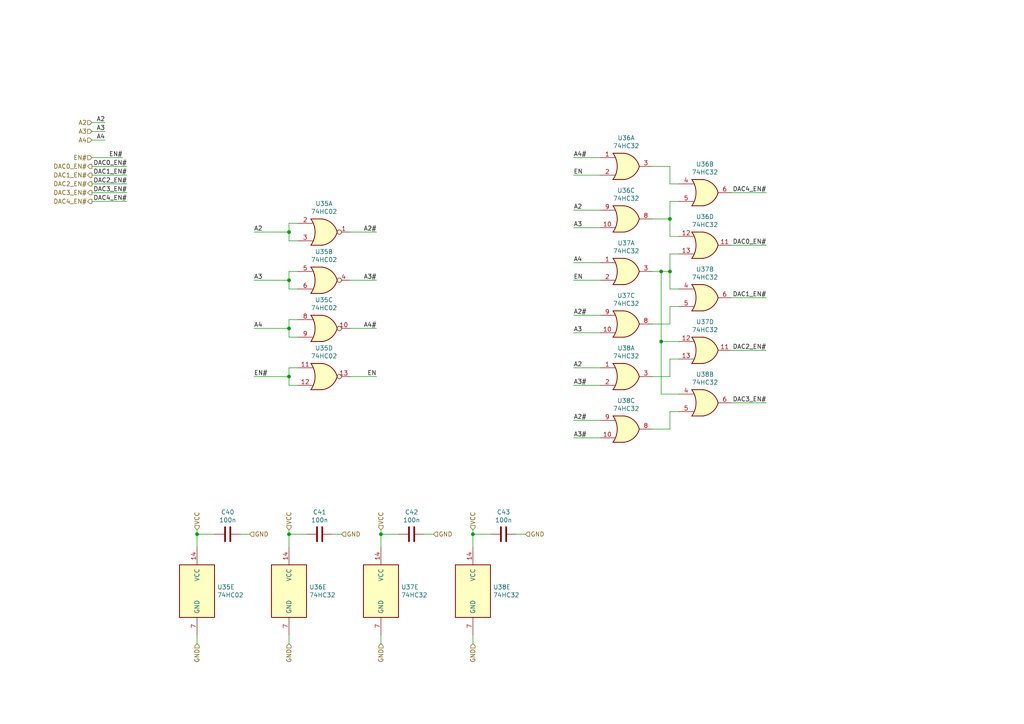
<source format=kicad_sch>
(kicad_sch (version 20211123) (generator eeschema)
  (paper "A4")
  (title_block (title "ZComputer I/O DAC Address decoding") (date "2021-10-21") (rev "v1.0") (company "Maxime Chretien") (comment 1 "mchretien@linuxmail.org"))
  (lib_symbols
    (symbol "74xx:74HC02" (pin_names (offset 1.016))
      (property "Reference" "U" (at 0 1.27 0))
      (property "Value" "74HC02" (at 0 -1.27 0))
      (symbol "74HC02_1_1"
        (arc (start -3.81 -3.81) (mid -2.589 0) (end -3.81 3.81) (stroke (width 0.254)))
        (arc (start -0.6096 -3.81) (mid 2.1842 -2.5851) (end 3.81 0) (stroke (width 0.254)) (fill (type background)))
        (polyline (pts (xy -3.81 -3.81) (xy -0.635 -3.81)) (stroke (width 0.254)) (fill (type background)))
        (polyline (pts (xy -3.81 3.81) (xy -0.635 3.81)) (stroke (width 0.254)) (fill (type background)))
        (polyline (pts (xy -0.635 3.81) (xy -3.81 3.81) (xy -3.81 3.81) (xy -3.556 3.4036) (xy -3.0226 2.2606) (xy -2.6924 1.0414) (xy -2.6162 -0.254) (xy -2.7686 -1.4986) (xy -3.175 -2.7178) (xy -3.81 -3.81) (xy -3.81 -3.81) (xy -0.635 -3.81)) (stroke (width -25.4)) (fill (type background)))
        (arc (start 3.81 0) (mid 2.1915 2.5936) (end -0.6096 3.81) (stroke (width 0.254)) (fill (type background)))
        (pin output inverted (at 7.62 0 180) (length 3.81) (name "~") (number "1"))
        (pin input line (at -7.62 2.54 0) (length 4.318) (name "~") (number "2"))
        (pin input line (at -7.62 -2.54 0) (length 4.318) (name "~") (number "3"))
      )
      (symbol "74HC02_1_2"
        (arc (start 0 -3.81) (mid 3.81 0) (end 0 3.81) (stroke (width 0.254)) (fill (type background)))
        (polyline (pts (xy 0 3.81) (xy -3.81 3.81) (xy -3.81 -3.81) (xy 0 -3.81)) (stroke (width 0.254)) (fill (type background)))
        (pin output line (at 7.62 0 180) (length 3.81) (name "~") (number "1"))
        (pin input inverted (at -7.62 2.54 0) (length 3.81) (name "~") (number "2"))
        (pin input inverted (at -7.62 -2.54 0) (length 3.81) (name "~") (number "3"))
      )
      (symbol "74HC02_2_1"
        (arc (start -3.81 -3.81) (mid -2.589 0) (end -3.81 3.81) (stroke (width 0.254)))
        (arc (start -0.6096 -3.81) (mid 2.1842 -2.5851) (end 3.81 0) (stroke (width 0.254)) (fill (type background)))
        (polyline (pts (xy -3.81 -3.81) (xy -0.635 -3.81)) (stroke (width 0.254)) (fill (type background)))
        (polyline (pts (xy -3.81 3.81) (xy -0.635 3.81)) (stroke (width 0.254)) (fill (type background)))
        (polyline (pts (xy -0.635 3.81) (xy -3.81 3.81) (xy -3.81 3.81) (xy -3.556 3.4036) (xy -3.0226 2.2606) (xy -2.6924 1.0414) (xy -2.6162 -0.254) (xy -2.7686 -1.4986) (xy -3.175 -2.7178) (xy -3.81 -3.81) (xy -3.81 -3.81) (xy -0.635 -3.81)) (stroke (width -25.4)) (fill (type background)))
        (arc (start 3.81 0) (mid 2.1915 2.5936) (end -0.6096 3.81) (stroke (width 0.254)) (fill (type background)))
        (pin output inverted (at 7.62 0 180) (length 3.81) (name "~") (number "4"))
        (pin input line (at -7.62 2.54 0) (length 4.318) (name "~") (number "5"))
        (pin input line (at -7.62 -2.54 0) (length 4.318) (name "~") (number "6"))
      )
      (symbol "74HC02_2_2"
        (arc (start 0 -3.81) (mid 3.81 0) (end 0 3.81) (stroke (width 0.254)) (fill (type background)))
        (polyline (pts (xy 0 3.81) (xy -3.81 3.81) (xy -3.81 -3.81) (xy 0 -3.81)) (stroke (width 0.254)) (fill (type background)))
        (pin output line (at 7.62 0 180) (length 3.81) (name "~") (number "4"))
        (pin input inverted (at -7.62 2.54 0) (length 3.81) (name "~") (number "5"))
        (pin input inverted (at -7.62 -2.54 0) (length 3.81) (name "~") (number "6"))
      )
      (symbol "74HC02_3_1"
        (arc (start -3.81 -3.81) (mid -2.589 0) (end -3.81 3.81) (stroke (width 0.254)))
        (arc (start -0.6096 -3.81) (mid 2.1842 -2.5851) (end 3.81 0) (stroke (width 0.254)) (fill (type background)))
        (polyline (pts (xy -3.81 -3.81) (xy -0.635 -3.81)) (stroke (width 0.254)) (fill (type background)))
        (polyline (pts (xy -3.81 3.81) (xy -0.635 3.81)) (stroke (width 0.254)) (fill (type background)))
        (polyline (pts (xy -0.635 3.81) (xy -3.81 3.81) (xy -3.81 3.81) (xy -3.556 3.4036) (xy -3.0226 2.2606) (xy -2.6924 1.0414) (xy -2.6162 -0.254) (xy -2.7686 -1.4986) (xy -3.175 -2.7178) (xy -3.81 -3.81) (xy -3.81 -3.81) (xy -0.635 -3.81)) (stroke (width -25.4)) (fill (type background)))
        (arc (start 3.81 0) (mid 2.1915 2.5936) (end -0.6096 3.81) (stroke (width 0.254)) (fill (type background)))
        (pin output inverted (at 7.62 0 180) (length 3.81) (name "~") (number "10"))
        (pin input line (at -7.62 2.54 0) (length 4.318) (name "~") (number "8"))
        (pin input line (at -7.62 -2.54 0) (length 4.318) (name "~") (number "9"))
      )
      (symbol "74HC02_3_2"
        (arc (start 0 -3.81) (mid 3.81 0) (end 0 3.81) (stroke (width 0.254)) (fill (type background)))
        (polyline (pts (xy 0 3.81) (xy -3.81 3.81) (xy -3.81 -3.81) (xy 0 -3.81)) (stroke (width 0.254)) (fill (type background)))
        (pin output line (at 7.62 0 180) (length 3.81) (name "~") (number "10"))
        (pin input inverted (at -7.62 2.54 0) (length 3.81) (name "~") (number "8"))
        (pin input inverted (at -7.62 -2.54 0) (length 3.81) (name "~") (number "9"))
      )
      (symbol "74HC02_4_1"
        (arc (start -3.81 -3.81) (mid -2.589 0) (end -3.81 3.81) (stroke (width 0.254)))
        (arc (start -0.6096 -3.81) (mid 2.1842 -2.5851) (end 3.81 0) (stroke (width 0.254)) (fill (type background)))
        (polyline (pts (xy -3.81 -3.81) (xy -0.635 -3.81)) (stroke (width 0.254)) (fill (type background)))
        (polyline (pts (xy -3.81 3.81) (xy -0.635 3.81)) (stroke (width 0.254)) (fill (type background)))
        (polyline (pts (xy -0.635 3.81) (xy -3.81 3.81) (xy -3.81 3.81) (xy -3.556 3.4036) (xy -3.0226 2.2606) (xy -2.6924 1.0414) (xy -2.6162 -0.254) (xy -2.7686 -1.4986) (xy -3.175 -2.7178) (xy -3.81 -3.81) (xy -3.81 -3.81) (xy -0.635 -3.81)) (stroke (width -25.4)) (fill (type background)))
        (arc (start 3.81 0) (mid 2.1915 2.5936) (end -0.6096 3.81) (stroke (width 0.254)) (fill (type background)))
        (pin input line (at -7.62 2.54 0) (length 4.318) (name "~") (number "11"))
        (pin input line (at -7.62 -2.54 0) (length 4.318) (name "~") (number "12"))
        (pin output inverted (at 7.62 0 180) (length 3.81) (name "~") (number "13"))
      )
      (symbol "74HC02_4_2"
        (arc (start 0 -3.81) (mid 3.81 0) (end 0 3.81) (stroke (width 0.254)) (fill (type background)))
        (polyline (pts (xy 0 3.81) (xy -3.81 3.81) (xy -3.81 -3.81) (xy 0 -3.81)) (stroke (width 0.254)) (fill (type background)))
        (pin input inverted (at -7.62 2.54 0) (length 3.81) (name "~") (number "11"))
        (pin input inverted (at -7.62 -2.54 0) (length 3.81) (name "~") (number "12"))
        (pin output line (at 7.62 0 180) (length 3.81) (name "~") (number "13"))
      )
      (symbol "74HC02_5_0"
        (pin power_in line (at 0 12.7 270) (length 5.08) (name "VCC") (number "14"))
        (pin power_in line (at 0 -12.7 90) (length 5.08) (name "GND") (number "7"))
      )
      (symbol "74HC02_5_1"
        (rectangle (start -5.08 7.62) (end 5.08 -7.62) (stroke (width 0.254)) (fill (type background)))
      )
    )
    (symbol "Device:C" (pin_numbers hide) (pin_names (offset 0.254))
      (property "Reference" "C" (at 0.635 2.54 0))
      (property "Value" "C" (at 0.635 -2.54 0))
      (symbol "C_0_1"
        (polyline (pts (xy -2.032 -0.762) (xy 2.032 -0.762)) (stroke (width 0.508)))
        (polyline (pts (xy -2.032 0.762) (xy 2.032 0.762)) (stroke (width 0.508)))
      )
      (symbol "C_1_1"
        (pin passive line (at 0 3.81 270) (length 2.794) (name "~") (number "1"))
        (pin passive line (at 0 -3.81 90) (length 2.794) (name "~") (number "2"))
      )
    )
    (symbol "Perso:74HC32" (pin_names (offset 1.016))
      (property "Reference" "U" (at 0 1.27 0))
      (property "Value" "74HC32" (at 0 -1.27 0))
      (symbol "74HC32_1_1"
        (arc (start -3.81 -3.81) (mid -2.589 0) (end -3.81 3.81) (stroke (width 0.254)))
        (arc (start -0.6096 -3.81) (mid 2.1855 -2.584) (end 3.81 0) (stroke (width 0.254)) (fill (type background)))
        (polyline (pts (xy -3.81 -3.81) (xy -0.635 -3.81)) (stroke (width 0.254)) (fill (type background)))
        (polyline (pts (xy -3.81 3.81) (xy -0.635 3.81)) (stroke (width 0.254)) (fill (type background)))
        (polyline (pts (xy -0.635 3.81) (xy -3.81 3.81) (xy -3.81 3.81) (xy -3.556 3.4036) (xy -3.0226 2.2606) (xy -2.6924 1.0414) (xy -2.6162 -0.254) (xy -2.7686 -1.4986) (xy -3.175 -2.7178) (xy -3.81 -3.81) (xy -3.81 -3.81) (xy -0.635 -3.81)) (stroke (width -25.4)) (fill (type background)))
        (arc (start 3.81 0) (mid 2.1928 2.5925) (end -0.6096 3.81) (stroke (width 0.254)) (fill (type background)))
        (pin input line (at -7.62 2.54 0) (length 4.318) (name "~") (number "1"))
        (pin input line (at -7.62 -2.54 0) (length 4.318) (name "~") (number "2"))
        (pin output line (at 7.62 0 180) (length 3.81) (name "~") (number "3"))
      )
      (symbol "74HC32_1_2"
        (arc (start 0 -3.81) (mid 3.81 0) (end 0 3.81) (stroke (width 0.254)) (fill (type background)))
        (polyline (pts (xy 0 3.81) (xy -3.81 3.81) (xy -3.81 -3.81) (xy 0 -3.81)) (stroke (width 0.254)) (fill (type background)))
        (pin input inverted (at -7.62 2.54 0) (length 3.81) (name "~") (number "1"))
        (pin input inverted (at -7.62 -2.54 0) (length 3.81) (name "~") (number "2"))
        (pin output inverted (at 7.62 0 180) (length 3.81) (name "~") (number "3"))
      )
      (symbol "74HC32_2_1"
        (arc (start -3.81 -3.81) (mid -2.589 0) (end -3.81 3.81) (stroke (width 0.254)))
        (arc (start -0.6096 -3.81) (mid 2.1855 -2.584) (end 3.81 0) (stroke (width 0.254)) (fill (type background)))
        (polyline (pts (xy -3.81 -3.81) (xy -0.635 -3.81)) (stroke (width 0.254)) (fill (type background)))
        (polyline (pts (xy -3.81 3.81) (xy -0.635 3.81)) (stroke (width 0.254)) (fill (type background)))
        (polyline (pts (xy -0.635 3.81) (xy -3.81 3.81) (xy -3.81 3.81) (xy -3.556 3.4036) (xy -3.0226 2.2606) (xy -2.6924 1.0414) (xy -2.6162 -0.254) (xy -2.7686 -1.4986) (xy -3.175 -2.7178) (xy -3.81 -3.81) (xy -3.81 -3.81) (xy -0.635 -3.81)) (stroke (width -25.4)) (fill (type background)))
        (arc (start 3.81 0) (mid 2.1928 2.5925) (end -0.6096 3.81) (stroke (width 0.254)) (fill (type background)))
        (pin input line (at -7.62 2.54 0) (length 4.318) (name "~") (number "4"))
        (pin input line (at -7.62 -2.54 0) (length 4.318) (name "~") (number "5"))
        (pin output line (at 7.62 0 180) (length 3.81) (name "~") (number "6"))
      )
      (symbol "74HC32_2_2"
        (arc (start 0 -3.81) (mid 3.81 0) (end 0 3.81) (stroke (width 0.254)) (fill (type background)))
        (polyline (pts (xy 0 3.81) (xy -3.81 3.81) (xy -3.81 -3.81) (xy 0 -3.81)) (stroke (width 0.254)) (fill (type background)))
        (pin input inverted (at -7.62 2.54 0) (length 3.81) (name "~") (number "4"))
        (pin input inverted (at -7.62 -2.54 0) (length 3.81) (name "~") (number "5"))
        (pin output inverted (at 7.62 0 180) (length 3.81) (name "~") (number "6"))
      )
      (symbol "74HC32_3_1"
        (arc (start -3.81 -3.81) (mid -2.589 0) (end -3.81 3.81) (stroke (width 0.254)))
        (arc (start -0.6096 -3.81) (mid 2.1855 -2.584) (end 3.81 0) (stroke (width 0.254)) (fill (type background)))
        (polyline (pts (xy -3.81 -3.81) (xy -0.635 -3.81)) (stroke (width 0.254)) (fill (type background)))
        (polyline (pts (xy -3.81 3.81) (xy -0.635 3.81)) (stroke (width 0.254)) (fill (type background)))
        (polyline (pts (xy -0.635 3.81) (xy -3.81 3.81) (xy -3.81 3.81) (xy -3.556 3.4036) (xy -3.0226 2.2606) (xy -2.6924 1.0414) (xy -2.6162 -0.254) (xy -2.7686 -1.4986) (xy -3.175 -2.7178) (xy -3.81 -3.81) (xy -3.81 -3.81) (xy -0.635 -3.81)) (stroke (width -25.4)) (fill (type background)))
        (arc (start 3.81 0) (mid 2.1928 2.5925) (end -0.6096 3.81) (stroke (width 0.254)) (fill (type background)))
        (pin input line (at -7.62 -2.54 0) (length 4.318) (name "~") (number "10"))
        (pin output line (at 7.62 0 180) (length 3.81) (name "~") (number "8"))
        (pin input line (at -7.62 2.54 0) (length 4.318) (name "~") (number "9"))
      )
      (symbol "74HC32_3_2"
        (arc (start 0 -3.81) (mid 3.81 0) (end 0 3.81) (stroke (width 0.254)) (fill (type background)))
        (polyline (pts (xy 0 3.81) (xy -3.81 3.81) (xy -3.81 -3.81) (xy 0 -3.81)) (stroke (width 0.254)) (fill (type background)))
        (pin input inverted (at -7.62 -2.54 0) (length 3.81) (name "~") (number "10"))
        (pin output inverted (at 7.62 0 180) (length 3.81) (name "~") (number "8"))
        (pin input inverted (at -7.62 2.54 0) (length 3.81) (name "~") (number "9"))
      )
      (symbol "74HC32_4_1"
        (arc (start -3.81 -3.81) (mid -2.589 0) (end -3.81 3.81) (stroke (width 0.254)))
        (arc (start -0.6096 -3.81) (mid 2.1855 -2.584) (end 3.81 0) (stroke (width 0.254)) (fill (type background)))
        (polyline (pts (xy -3.81 -3.81) (xy -0.635 -3.81)) (stroke (width 0.254)) (fill (type background)))
        (polyline (pts (xy -3.81 3.81) (xy -0.635 3.81)) (stroke (width 0.254)) (fill (type background)))
        (polyline (pts (xy -0.635 3.81) (xy -3.81 3.81) (xy -3.81 3.81) (xy -3.556 3.4036) (xy -3.0226 2.2606) (xy -2.6924 1.0414) (xy -2.6162 -0.254) (xy -2.7686 -1.4986) (xy -3.175 -2.7178) (xy -3.81 -3.81) (xy -3.81 -3.81) (xy -0.635 -3.81)) (stroke (width -25.4)) (fill (type background)))
        (arc (start 3.81 0) (mid 2.1928 2.5925) (end -0.6096 3.81) (stroke (width 0.254)) (fill (type background)))
        (pin output line (at 7.62 0 180) (length 3.81) (name "~") (number "11"))
        (pin input line (at -7.62 2.54 0) (length 4.318) (name "~") (number "12"))
        (pin input line (at -7.62 -2.54 0) (length 4.318) (name "~") (number "13"))
      )
      (symbol "74HC32_4_2"
        (arc (start 0 -3.81) (mid 3.81 0) (end 0 3.81) (stroke (width 0.254)) (fill (type background)))
        (polyline (pts (xy 0 3.81) (xy -3.81 3.81) (xy -3.81 -3.81) (xy 0 -3.81)) (stroke (width 0.254)) (fill (type background)))
        (pin output inverted (at 7.62 0 180) (length 3.81) (name "~") (number "11"))
        (pin input inverted (at -7.62 2.54 0) (length 3.81) (name "~") (number "12"))
        (pin input inverted (at -7.62 -2.54 0) (length 3.81) (name "~") (number "13"))
      )
      (symbol "74HC32_5_0"
        (pin power_in line (at 0 12.7 270) (length 5.08) (name "VCC") (number "14"))
        (pin power_in line (at 0 -12.7 90) (length 5.08) (name "GND") (number "7"))
      )
      (symbol "74HC32_5_1"
        (rectangle (start -5.08 7.62) (end 5.08 -7.62) (stroke (width 0.254)) (fill (type background)))
      )
    )
  )
  (junction (at 83.82 154.94))
  (junction (at 57.15 154.94))
  (junction (at 83.82 109.22))
  (junction (at 191.77 78.74))
  (junction (at 110.49 154.94))
  (junction (at 191.77 99.06))
  (junction (at 83.82 67.31))
  (junction (at 194.31 78.74))
  (junction (at 83.82 81.28))
  (junction (at 137.16 154.94))
  (junction (at 194.31 63.5))
  (junction (at 83.82 95.25))
  (wire (pts (xy 194.31 109.22) (xy 189.23 109.22)))
  (wire (pts (xy 166.37 96.52) (xy 173.99 96.52)))
  (wire (pts (xy 110.49 184.15) (xy 110.49 186.69)))
  (wire (pts (xy 194.31 63.5) (xy 189.23 63.5)))
  (wire (pts (xy 83.82 109.22) (xy 83.82 111.76)))
  (wire (pts (xy 196.85 73.66) (xy 194.31 73.66)))
  (wire (pts (xy 96.52 154.94) (xy 99.06 154.94)))
  (wire (pts (xy 86.36 92.71) (xy 83.82 92.71)))
  (wire (pts (xy 36.83 55.88) (xy 26.67 55.88)))
  (wire (pts (xy 194.31 48.26) (xy 189.23 48.26)))
  (wire (pts (xy 166.37 60.96) (xy 173.99 60.96)))
  (wire (pts (xy 194.31 53.34) (xy 194.31 48.26)))
  (wire (pts (xy 173.99 50.8) (xy 166.37 50.8)))
  (wire (pts (xy 86.36 106.68) (xy 83.82 106.68)))
  (wire (pts (xy 194.31 78.74) (xy 191.77 78.74)))
  (wire (pts (xy 194.31 88.9) (xy 194.31 93.98)))
  (wire (pts (xy 36.83 58.42) (xy 26.67 58.42)))
  (wire (pts (xy 62.23 154.94) (xy 57.15 154.94)))
  (wire (pts (xy 222.25 116.84) (xy 212.09 116.84)))
  (wire (pts (xy 83.82 154.94) (xy 83.82 158.75)))
  (wire (pts (xy 194.31 104.14) (xy 194.31 109.22)))
  (wire (pts (xy 194.31 53.34) (xy 196.85 53.34)))
  (wire (pts (xy 101.6 81.28) (xy 109.22 81.28)))
  (wire (pts (xy 35.56 45.72) (xy 26.67 45.72)))
  (wire (pts (xy 30.48 38.1) (xy 26.67 38.1)))
  (wire (pts (xy 137.16 184.15) (xy 137.16 186.69)))
  (wire (pts (xy 83.82 83.82) (xy 86.36 83.82)))
  (wire (pts (xy 86.36 64.77) (xy 83.82 64.77)))
  (wire (pts (xy 149.86 154.94) (xy 152.4 154.94)))
  (wire (pts (xy 88.9 154.94) (xy 83.82 154.94)))
  (wire (pts (xy 194.31 68.58) (xy 194.31 63.5)))
  (wire (pts (xy 73.66 81.28) (xy 83.82 81.28)))
  (wire (pts (xy 69.85 154.94) (xy 72.39 154.94)))
  (wire (pts (xy 86.36 78.74) (xy 83.82 78.74)))
  (wire (pts (xy 73.66 67.31) (xy 83.82 67.31)))
  (wire (pts (xy 194.31 78.74) (xy 194.31 83.82)))
  (wire (pts (xy 222.25 55.88) (xy 212.09 55.88)))
  (wire (pts (xy 101.6 67.31) (xy 109.22 67.31)))
  (wire (pts (xy 222.25 71.12) (xy 212.09 71.12)))
  (wire (pts (xy 36.83 53.34) (xy 26.67 53.34)))
  (wire (pts (xy 142.24 154.94) (xy 137.16 154.94)))
  (wire (pts (xy 83.82 78.74) (xy 83.82 81.28)))
  (wire (pts (xy 194.31 124.46) (xy 189.23 124.46)))
  (wire (pts (xy 83.82 111.76) (xy 86.36 111.76)))
  (wire (pts (xy 123.19 154.94) (xy 125.73 154.94)))
  (wire (pts (xy 166.37 45.72) (xy 173.99 45.72)))
  (wire (pts (xy 57.15 154.94) (xy 57.15 158.75)))
  (wire (pts (xy 191.77 78.74) (xy 191.77 99.06)))
  (wire (pts (xy 83.82 64.77) (xy 83.82 67.31)))
  (wire (pts (xy 196.85 68.58) (xy 194.31 68.58)))
  (wire (pts (xy 137.16 154.94) (xy 137.16 158.75)))
  (wire (pts (xy 166.37 66.04) (xy 173.99 66.04)))
  (wire (pts (xy 83.82 67.31) (xy 83.82 69.85)))
  (wire (pts (xy 191.77 99.06) (xy 191.77 114.3)))
  (wire (pts (xy 73.66 109.22) (xy 83.82 109.22)))
  (wire (pts (xy 194.31 119.38) (xy 196.85 119.38)))
  (wire (pts (xy 166.37 91.44) (xy 173.99 91.44)))
  (wire (pts (xy 101.6 95.25) (xy 109.22 95.25)))
  (wire (pts (xy 101.6 109.22) (xy 109.22 109.22)))
  (wire (pts (xy 137.16 153.67) (xy 137.16 154.94)))
  (wire (pts (xy 191.77 99.06) (xy 196.85 99.06)))
  (wire (pts (xy 166.37 111.76) (xy 173.99 111.76)))
  (wire (pts (xy 83.82 81.28) (xy 83.82 83.82)))
  (wire (pts (xy 110.49 153.67) (xy 110.49 154.94)))
  (wire (pts (xy 166.37 121.92) (xy 173.99 121.92)))
  (wire (pts (xy 194.31 58.42) (xy 194.31 63.5)))
  (wire (pts (xy 166.37 106.68) (xy 173.99 106.68)))
  (wire (pts (xy 83.82 106.68) (xy 83.82 109.22)))
  (wire (pts (xy 83.82 153.67) (xy 83.82 154.94)))
  (wire (pts (xy 83.82 97.79) (xy 86.36 97.79)))
  (wire (pts (xy 26.67 40.64) (xy 30.48 40.64)))
  (wire (pts (xy 115.57 154.94) (xy 110.49 154.94)))
  (wire (pts (xy 194.31 93.98) (xy 189.23 93.98)))
  (wire (pts (xy 73.66 95.25) (xy 83.82 95.25)))
  (wire (pts (xy 166.37 76.2) (xy 173.99 76.2)))
  (wire (pts (xy 194.31 83.82) (xy 196.85 83.82)))
  (wire (pts (xy 83.82 95.25) (xy 83.82 97.79)))
  (wire (pts (xy 196.85 104.14) (xy 194.31 104.14)))
  (wire (pts (xy 191.77 114.3) (xy 196.85 114.3)))
  (wire (pts (xy 57.15 153.67) (xy 57.15 154.94)))
  (wire (pts (xy 194.31 119.38) (xy 194.31 124.46)))
  (wire (pts (xy 173.99 81.28) (xy 166.37 81.28)))
  (wire (pts (xy 196.85 58.42) (xy 194.31 58.42)))
  (wire (pts (xy 57.15 184.15) (xy 57.15 186.69)))
  (wire (pts (xy 222.25 86.36) (xy 212.09 86.36)))
  (wire (pts (xy 196.85 88.9) (xy 194.31 88.9)))
  (wire (pts (xy 36.83 48.26) (xy 26.67 48.26)))
  (wire (pts (xy 83.82 184.15) (xy 83.82 186.69)))
  (wire (pts (xy 83.82 69.85) (xy 86.36 69.85)))
  (wire (pts (xy 222.25 101.6) (xy 212.09 101.6)))
  (wire (pts (xy 30.48 35.56) (xy 26.67 35.56)))
  (wire (pts (xy 36.83 50.8) (xy 26.67 50.8)))
  (wire (pts (xy 191.77 78.74) (xy 189.23 78.74)))
  (wire (pts (xy 194.31 73.66) (xy 194.31 78.74)))
  (wire (pts (xy 83.82 92.71) (xy 83.82 95.25)))
  (wire (pts (xy 166.37 127) (xy 173.99 127)))
  (wire (pts (xy 110.49 154.94) (xy 110.49 158.75)))
  (label "DAC2_EN#" (at 222.25 101.6 180))
  (label "EN#" (at 73.66 109.22 0))
  (label "A3" (at 166.37 66.04 0))
  (label "A2#" (at 166.37 91.44 0))
  (label "A4" (at 166.37 76.2 0))
  (label "DAC2_EN#" (at 36.83 53.34 180))
  (label "EN" (at 166.37 50.8 0))
  (label "A2#" (at 109.22 67.31 180))
  (label "A3" (at 166.37 96.52 0))
  (label "A4#" (at 166.37 45.72 0))
  (label "EN#" (at 35.56 45.72 180))
  (label "EN" (at 166.37 81.28 0))
  (label "A3#" (at 166.37 127 0))
  (label "A4#" (at 109.22 95.25 180))
  (label "DAC1_EN#" (at 222.25 86.36 180))
  (label "A2" (at 30.48 35.56 180))
  (label "A2" (at 73.66 67.31 0))
  (label "EN" (at 109.22 109.22 180))
  (label "DAC3_EN#" (at 36.83 55.88 180))
  (label "DAC3_EN#" (at 222.25 116.84 180))
  (label "A2" (at 166.37 60.96 0))
  (label "DAC0_EN#" (at 36.83 48.26 180))
  (label "DAC1_EN#" (at 36.83 50.8 180))
  (label "A3#" (at 109.22 81.28 180))
  (label "A3#" (at 166.37 111.76 0))
  (label "A2#" (at 166.37 121.92 0))
  (label "A2" (at 166.37 106.68 0))
  (label "DAC4_EN#" (at 222.25 55.88 180))
  (label "DAC0_EN#" (at 222.25 71.12 180))
  (label "DAC4_EN#" (at 36.83 58.42 180))
  (label "A3" (at 30.48 38.1 180))
  (label "A4" (at 30.48 40.64 180))
  (label "A4" (at 73.66 95.25 0))
  (label "A3" (at 73.66 81.28 0))
  (hierarchical_label "GND" (shape input) (at 99.06 154.94 0))
  (hierarchical_label "DAC3_EN#" (shape output) (at 26.67 55.88 180))
  (hierarchical_label "GND" (shape input) (at 152.4 154.94 0))
  (hierarchical_label "GND" (shape input) (at 125.73 154.94 0))
  (hierarchical_label "DAC0_EN#" (shape output) (at 26.67 48.26 180))
  (hierarchical_label "GND" (shape input) (at 57.15 186.69 270))
  (hierarchical_label "GND" (shape input) (at 137.16 186.69 270))
  (hierarchical_label "A3" (shape input) (at 26.67 38.1 180))
  (hierarchical_label "DAC1_EN#" (shape output) (at 26.67 50.8 180))
  (hierarchical_label "EN#" (shape input) (at 26.67 45.72 180))
  (hierarchical_label "GND" (shape input) (at 110.49 186.69 270))
  (hierarchical_label "GND" (shape input) (at 83.82 186.69 270))
  (hierarchical_label "VCC" (shape input) (at 110.49 153.67 90))
  (hierarchical_label "VCC" (shape input) (at 83.82 153.67 90))
  (hierarchical_label "A2" (shape input) (at 26.67 35.56 180))
  (hierarchical_label "DAC4_EN#" (shape output) (at 26.67 58.42 180))
  (hierarchical_label "GND" (shape input) (at 72.39 154.94 0))
  (hierarchical_label "VCC" (shape input) (at 57.15 153.67 90))
  (hierarchical_label "VCC" (shape input) (at 137.16 153.67 90))
  (hierarchical_label "A4" (shape input) (at 26.67 40.64 180))
  (hierarchical_label "DAC2_EN#" (shape output) (at 26.67 53.34 180))
  (symbol (lib_id "Perso:74HC32") (at 181.61 78.74 0) (unit 1)
    (property "Reference" "U37" (at 181.61 70.485 0))
    (property "Value" "74HC32" (at 181.61 72.7964 0))
  )
  (symbol (lib_id "74xx:74HC02") (at 93.98 67.31 0) (unit 1)
    (property "Reference" "U35" (at 93.98 59.055 0))
    (property "Value" "74HC02" (at 93.98 61.3664 0))
    (property "Datasheet" "http://www.ti.com/lit/gpn/sn74hc02" (effects hide))
  )
  (symbol (lib_id "74xx:74HC02") (at 93.98 81.28 0) (unit 2)
    (property "Reference" "U35" (at 93.98 73.025 0))
    (property "Value" "74HC02" (at 93.98 75.3364 0))
    (property "Datasheet" "http://www.ti.com/lit/gpn/sn74hc02" (effects hide))
  )
  (symbol (lib_id "74xx:74HC02") (at 93.98 95.25 0) (unit 3)
    (property "Reference" "U35" (at 93.98 86.995 0))
    (property "Value" "74HC02" (at 93.98 89.3064 0))
    (property "Datasheet" "http://www.ti.com/lit/gpn/sn74hc02" (effects hide))
  )
  (symbol (lib_id "74xx:74HC02") (at 93.98 109.22 0) (unit 4)
    (property "Reference" "U35" (at 93.98 100.965 0))
    (property "Value" "74HC02" (at 93.98 103.2764 0))
    (property "Datasheet" "http://www.ti.com/lit/gpn/sn74hc02" (effects hide))
  )
  (symbol (lib_id "74xx:74HC02") (at 57.15 171.45 0) (unit 5)
    (property "Reference" "U35" (at 62.992 170.2816 0) (effects (justify left)))
    (property "Value" "74HC02" (at 62.992 172.593 0) (effects (justify left)))
    (property "Datasheet" "http://www.ti.com/lit/gpn/sn74hc02" (effects hide))
  )
  (symbol (lib_id "Perso:74HC32") (at 204.47 86.36 0) (unit 2)
    (property "Reference" "U37" (at 204.47 78.105 0))
    (property "Value" "74HC32" (at 204.47 80.4164 0))
  )
  (symbol (lib_id "Perso:74HC32") (at 181.61 93.98 0) (unit 3)
    (property "Reference" "U37" (at 181.61 85.725 0))
    (property "Value" "74HC32" (at 181.61 88.0364 0))
  )
  (symbol (lib_id "Perso:74HC32") (at 181.61 48.26 0) (unit 1)
    (property "Reference" "U36" (at 181.61 40.005 0))
    (property "Value" "74HC32" (at 181.61 42.3164 0))
  )
  (symbol (lib_id "Perso:74HC32") (at 204.47 55.88 0) (unit 2)
    (property "Reference" "U36" (at 204.47 47.625 0))
    (property "Value" "74HC32" (at 204.47 49.9364 0))
  )
  (symbol (lib_id "Perso:74HC32") (at 181.61 63.5 0) (unit 3)
    (property "Reference" "U36" (at 181.61 55.245 0))
    (property "Value" "74HC32" (at 181.61 57.5564 0))
  )
  (symbol (lib_id "Perso:74HC32") (at 204.47 71.12 0) (unit 4)
    (property "Reference" "U36" (at 204.47 62.865 0))
    (property "Value" "74HC32" (at 204.47 65.1764 0))
  )
  (symbol (lib_id "Perso:74HC32") (at 83.82 171.45 0) (unit 5)
    (property "Reference" "U36" (at 89.662 170.2816 0) (effects (justify left)))
    (property "Value" "74HC32" (at 89.662 172.593 0) (effects (justify left)))
  )
  (symbol (lib_id "Perso:74HC32") (at 204.47 101.6 0) (unit 4)
    (property "Reference" "U37" (at 204.47 93.345 0))
    (property "Value" "74HC32" (at 204.47 95.6564 0))
  )
  (symbol (lib_id "Perso:74HC32") (at 110.49 171.45 0) (unit 5)
    (property "Reference" "U37" (at 116.332 170.2816 0) (effects (justify left)))
    (property "Value" "74HC32" (at 116.332 172.593 0) (effects (justify left)))
  )
  (symbol (lib_id "Perso:74HC32") (at 181.61 109.22 0) (unit 1)
    (property "Reference" "U38" (at 181.61 100.965 0))
    (property "Value" "74HC32" (at 181.61 103.2764 0))
  )
  (symbol (lib_id "Perso:74HC32") (at 204.47 116.84 0) (unit 2)
    (property "Reference" "U38" (at 204.47 108.585 0))
    (property "Value" "74HC32" (at 204.47 110.8964 0))
  )
  (symbol (lib_id "Perso:74HC32") (at 181.61 124.46 0) (unit 3)
    (property "Reference" "U38" (at 181.61 116.205 0))
    (property "Value" "74HC32" (at 181.61 118.5164 0))
  )
  (symbol (lib_id "Perso:74HC32") (at 137.16 171.45 0) (unit 5)
    (property "Reference" "U38" (at 143.002 170.2816 0) (effects (justify left)))
    (property "Value" "74HC32" (at 143.002 172.593 0) (effects (justify left)))
  )
  (symbol (lib_id "Device:C") (at 146.05 154.94 270) (unit 1)
    (property "Reference" "C43" (at 146.05 148.5392 90))
    (property "Value" "100n" (at 146.05 150.8506 90))
  )
  (symbol (lib_id "Device:C") (at 119.38 154.94 270) (unit 1)
    (property "Reference" "C42" (at 119.38 148.5392 90))
    (property "Value" "100n" (at 119.38 150.8506 90))
  )
  (symbol (lib_id "Device:C") (at 92.71 154.94 270) (unit 1)
    (property "Reference" "C41" (at 92.71 148.5392 90))
    (property "Value" "100n" (at 92.71 150.8506 90))
  )
  (symbol (lib_id "Device:C") (at 66.04 154.94 270) (unit 1)
    (property "Reference" "C40" (at 66.04 148.5392 90))
    (property "Value" "100n" (at 66.04 150.8506 90))
  )
)
</source>
